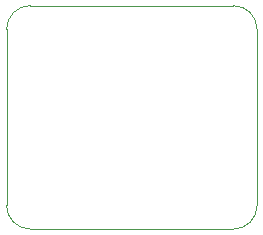
<source format=gbr>
%TF.GenerationSoftware,KiCad,Pcbnew,9.0.4*%
%TF.CreationDate,2025-10-22T20:31:07-04:00*%
%TF.ProjectId,buck_regulator_12V_3A_L6983,6275636b-5f72-4656-9775-6c61746f725f,rev?*%
%TF.SameCoordinates,Original*%
%TF.FileFunction,Profile,NP*%
%FSLAX46Y46*%
G04 Gerber Fmt 4.6, Leading zero omitted, Abs format (unit mm)*
G04 Created by KiCad (PCBNEW 9.0.4) date 2025-10-22 20:31:07*
%MOMM*%
%LPD*%
G01*
G04 APERTURE LIST*
%TA.AperFunction,Profile*%
%ADD10C,0.050000*%
%TD*%
G04 APERTURE END LIST*
D10*
X151670000Y-98552000D02*
G75*
G02*
X153670000Y-100552000I0J-2000000D01*
G01*
X132461000Y-100552000D02*
G75*
G02*
X134461000Y-98552000I2000000J0D01*
G01*
X153670000Y-115475000D02*
G75*
G02*
X151670000Y-117475000I-2000000J0D01*
G01*
X134461000Y-117475000D02*
G75*
G02*
X132461000Y-115475000I0J2000000D01*
G01*
X153670000Y-100552000D02*
X153670000Y-115475000D01*
X134461000Y-98552000D02*
X151670000Y-98552000D01*
X132461000Y-115475000D02*
X132461000Y-100552000D01*
X151670000Y-117475000D02*
X134461000Y-117475000D01*
M02*

</source>
